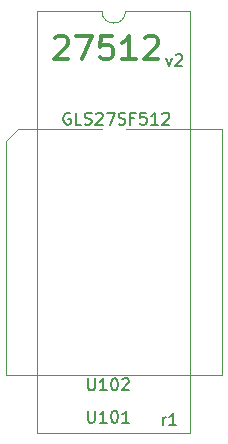
<source format=gbr>
%TF.GenerationSoftware,KiCad,Pcbnew,5.1.12-84ad8e8a86~92~ubuntu18.04.1*%
%TF.CreationDate,2023-08-16T23:14:37+02:00*%
%TF.ProjectId,EPROM-27512-GLS27SF512-v2,4550524f-4d2d-4323-9735-31322d474c53,r1*%
%TF.SameCoordinates,Original*%
%TF.FileFunction,Legend,Top*%
%TF.FilePolarity,Positive*%
%FSLAX46Y46*%
G04 Gerber Fmt 4.6, Leading zero omitted, Abs format (unit mm)*
G04 Created by KiCad (PCBNEW 5.1.12-84ad8e8a86~92~ubuntu18.04.1) date 2023-08-16 23:14:37*
%MOMM*%
%LPD*%
G01*
G04 APERTURE LIST*
%ADD10C,0.150000*%
%ADD11C,0.350000*%
%ADD12C,0.120000*%
G04 APERTURE END LIST*
D10*
X99005714Y-72345714D02*
X99243809Y-73012380D01*
X99481904Y-72345714D01*
X99815238Y-72107619D02*
X99862857Y-72060000D01*
X99958095Y-72012380D01*
X100196190Y-72012380D01*
X100291428Y-72060000D01*
X100339047Y-72107619D01*
X100386666Y-72202857D01*
X100386666Y-72298095D01*
X100339047Y-72440952D01*
X99767619Y-73012380D01*
X100386666Y-73012380D01*
X98722380Y-103442380D02*
X98722380Y-102775714D01*
X98722380Y-102966190D02*
X98770000Y-102870952D01*
X98817619Y-102823333D01*
X98912857Y-102775714D01*
X99008095Y-102775714D01*
X99865238Y-103442380D02*
X99293809Y-103442380D01*
X99579523Y-103442380D02*
X99579523Y-102442380D01*
X99484285Y-102585238D01*
X99389047Y-102680476D01*
X99293809Y-102728095D01*
X90885238Y-77030000D02*
X90790000Y-76982380D01*
X90647142Y-76982380D01*
X90504285Y-77030000D01*
X90409047Y-77125238D01*
X90361428Y-77220476D01*
X90313809Y-77410952D01*
X90313809Y-77553809D01*
X90361428Y-77744285D01*
X90409047Y-77839523D01*
X90504285Y-77934761D01*
X90647142Y-77982380D01*
X90742380Y-77982380D01*
X90885238Y-77934761D01*
X90932857Y-77887142D01*
X90932857Y-77553809D01*
X90742380Y-77553809D01*
X91837619Y-77982380D02*
X91361428Y-77982380D01*
X91361428Y-76982380D01*
X92123333Y-77934761D02*
X92266190Y-77982380D01*
X92504285Y-77982380D01*
X92599523Y-77934761D01*
X92647142Y-77887142D01*
X92694761Y-77791904D01*
X92694761Y-77696666D01*
X92647142Y-77601428D01*
X92599523Y-77553809D01*
X92504285Y-77506190D01*
X92313809Y-77458571D01*
X92218571Y-77410952D01*
X92170952Y-77363333D01*
X92123333Y-77268095D01*
X92123333Y-77172857D01*
X92170952Y-77077619D01*
X92218571Y-77030000D01*
X92313809Y-76982380D01*
X92551904Y-76982380D01*
X92694761Y-77030000D01*
X93075714Y-77077619D02*
X93123333Y-77030000D01*
X93218571Y-76982380D01*
X93456666Y-76982380D01*
X93551904Y-77030000D01*
X93599523Y-77077619D01*
X93647142Y-77172857D01*
X93647142Y-77268095D01*
X93599523Y-77410952D01*
X93028095Y-77982380D01*
X93647142Y-77982380D01*
X93980476Y-76982380D02*
X94647142Y-76982380D01*
X94218571Y-77982380D01*
X94980476Y-77934761D02*
X95123333Y-77982380D01*
X95361428Y-77982380D01*
X95456666Y-77934761D01*
X95504285Y-77887142D01*
X95551904Y-77791904D01*
X95551904Y-77696666D01*
X95504285Y-77601428D01*
X95456666Y-77553809D01*
X95361428Y-77506190D01*
X95170952Y-77458571D01*
X95075714Y-77410952D01*
X95028095Y-77363333D01*
X94980476Y-77268095D01*
X94980476Y-77172857D01*
X95028095Y-77077619D01*
X95075714Y-77030000D01*
X95170952Y-76982380D01*
X95409047Y-76982380D01*
X95551904Y-77030000D01*
X96313809Y-77458571D02*
X95980476Y-77458571D01*
X95980476Y-77982380D02*
X95980476Y-76982380D01*
X96456666Y-76982380D01*
X97313809Y-76982380D02*
X96837619Y-76982380D01*
X96790000Y-77458571D01*
X96837619Y-77410952D01*
X96932857Y-77363333D01*
X97170952Y-77363333D01*
X97266190Y-77410952D01*
X97313809Y-77458571D01*
X97361428Y-77553809D01*
X97361428Y-77791904D01*
X97313809Y-77887142D01*
X97266190Y-77934761D01*
X97170952Y-77982380D01*
X96932857Y-77982380D01*
X96837619Y-77934761D01*
X96790000Y-77887142D01*
X98313809Y-77982380D02*
X97742380Y-77982380D01*
X98028095Y-77982380D02*
X98028095Y-76982380D01*
X97932857Y-77125238D01*
X97837619Y-77220476D01*
X97742380Y-77268095D01*
X98694761Y-77077619D02*
X98742380Y-77030000D01*
X98837619Y-76982380D01*
X99075714Y-76982380D01*
X99170952Y-77030000D01*
X99218571Y-77077619D01*
X99266190Y-77172857D01*
X99266190Y-77268095D01*
X99218571Y-77410952D01*
X98647142Y-77982380D01*
X99266190Y-77982380D01*
D11*
X89589047Y-70655238D02*
X89684285Y-70560000D01*
X89874761Y-70464761D01*
X90350952Y-70464761D01*
X90541428Y-70560000D01*
X90636666Y-70655238D01*
X90731904Y-70845714D01*
X90731904Y-71036190D01*
X90636666Y-71321904D01*
X89493809Y-72464761D01*
X90731904Y-72464761D01*
X91398571Y-70464761D02*
X92731904Y-70464761D01*
X91874761Y-72464761D01*
X94446190Y-70464761D02*
X93493809Y-70464761D01*
X93398571Y-71417142D01*
X93493809Y-71321904D01*
X93684285Y-71226666D01*
X94160476Y-71226666D01*
X94350952Y-71321904D01*
X94446190Y-71417142D01*
X94541428Y-71607619D01*
X94541428Y-72083809D01*
X94446190Y-72274285D01*
X94350952Y-72369523D01*
X94160476Y-72464761D01*
X93684285Y-72464761D01*
X93493809Y-72369523D01*
X93398571Y-72274285D01*
X96446190Y-72464761D02*
X95303333Y-72464761D01*
X95874761Y-72464761D02*
X95874761Y-70464761D01*
X95684285Y-70750476D01*
X95493809Y-70940952D01*
X95303333Y-71036190D01*
X97208095Y-70655238D02*
X97303333Y-70560000D01*
X97493809Y-70464761D01*
X97970000Y-70464761D01*
X98160476Y-70560000D01*
X98255714Y-70655238D01*
X98350952Y-70845714D01*
X98350952Y-71036190D01*
X98255714Y-71321904D01*
X97112857Y-72464761D01*
X98350952Y-72464761D01*
D12*
%TO.C,U102*%
X93590000Y-78370000D02*
X86465000Y-78370000D01*
X86465000Y-78370000D02*
X85465000Y-79370000D01*
X85465000Y-79370000D02*
X85465000Y-99170000D01*
X85465000Y-99170000D02*
X103715000Y-99170000D01*
X103715000Y-99170000D02*
X103715000Y-78370000D01*
X103715000Y-78370000D02*
X95590000Y-78370000D01*
%TO.C,U101*%
X101032401Y-68393201D02*
X95572401Y-68393201D01*
X101032401Y-104073201D02*
X101032401Y-68393201D01*
X88112401Y-104073201D02*
X101032401Y-104073201D01*
X88112401Y-68393201D02*
X88112401Y-104073201D01*
X93572401Y-68393201D02*
X88112401Y-68393201D01*
X95572401Y-68393201D02*
G75*
G02*
X93572401Y-68393201I-1000000J0D01*
G01*
%TO.C,U102*%
D10*
X92395714Y-99472380D02*
X92395714Y-100281904D01*
X92443333Y-100377142D01*
X92490952Y-100424761D01*
X92586190Y-100472380D01*
X92776666Y-100472380D01*
X92871904Y-100424761D01*
X92919523Y-100377142D01*
X92967142Y-100281904D01*
X92967142Y-99472380D01*
X93967142Y-100472380D02*
X93395714Y-100472380D01*
X93681428Y-100472380D02*
X93681428Y-99472380D01*
X93586190Y-99615238D01*
X93490952Y-99710476D01*
X93395714Y-99758095D01*
X94586190Y-99472380D02*
X94681428Y-99472380D01*
X94776666Y-99520000D01*
X94824285Y-99567619D01*
X94871904Y-99662857D01*
X94919523Y-99853333D01*
X94919523Y-100091428D01*
X94871904Y-100281904D01*
X94824285Y-100377142D01*
X94776666Y-100424761D01*
X94681428Y-100472380D01*
X94586190Y-100472380D01*
X94490952Y-100424761D01*
X94443333Y-100377142D01*
X94395714Y-100281904D01*
X94348095Y-100091428D01*
X94348095Y-99853333D01*
X94395714Y-99662857D01*
X94443333Y-99567619D01*
X94490952Y-99520000D01*
X94586190Y-99472380D01*
X95300476Y-99567619D02*
X95348095Y-99520000D01*
X95443333Y-99472380D01*
X95681428Y-99472380D01*
X95776666Y-99520000D01*
X95824285Y-99567619D01*
X95871904Y-99662857D01*
X95871904Y-99758095D01*
X95824285Y-99900952D01*
X95252857Y-100472380D01*
X95871904Y-100472380D01*
%TO.C,U101*%
X92392714Y-102220780D02*
X92392714Y-103030304D01*
X92440333Y-103125542D01*
X92487952Y-103173161D01*
X92583190Y-103220780D01*
X92773666Y-103220780D01*
X92868904Y-103173161D01*
X92916523Y-103125542D01*
X92964142Y-103030304D01*
X92964142Y-102220780D01*
X93964142Y-103220780D02*
X93392714Y-103220780D01*
X93678428Y-103220780D02*
X93678428Y-102220780D01*
X93583190Y-102363638D01*
X93487952Y-102458876D01*
X93392714Y-102506495D01*
X94583190Y-102220780D02*
X94678428Y-102220780D01*
X94773666Y-102268400D01*
X94821285Y-102316019D01*
X94868904Y-102411257D01*
X94916523Y-102601733D01*
X94916523Y-102839828D01*
X94868904Y-103030304D01*
X94821285Y-103125542D01*
X94773666Y-103173161D01*
X94678428Y-103220780D01*
X94583190Y-103220780D01*
X94487952Y-103173161D01*
X94440333Y-103125542D01*
X94392714Y-103030304D01*
X94345095Y-102839828D01*
X94345095Y-102601733D01*
X94392714Y-102411257D01*
X94440333Y-102316019D01*
X94487952Y-102268400D01*
X94583190Y-102220780D01*
X95868904Y-103220780D02*
X95297476Y-103220780D01*
X95583190Y-103220780D02*
X95583190Y-102220780D01*
X95487952Y-102363638D01*
X95392714Y-102458876D01*
X95297476Y-102506495D01*
%TD*%
M02*

</source>
